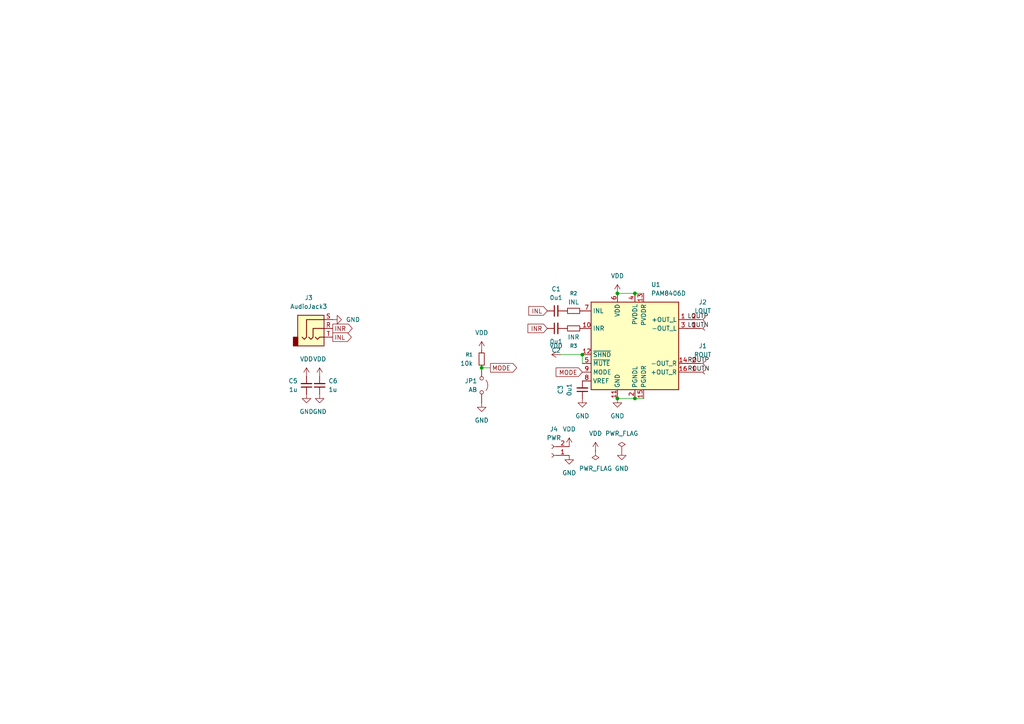
<source format=kicad_sch>
(kicad_sch (version 20250114) (generator "eeschema") (generator_version "9.0")
  (paper "A4")
  (lib_symbols
    (symbol "Amplifier_Audio:PAM8406D"
      (property "Reference" "U" (at -12.7 -15.24 0))
      (property "Value" "PAM8406D" (at -10.16 -17.78 0))
      (symbol "PAM8406D_0_1"
        (rectangle (start -12.7 12.7) (end 12.7 -12.7) (stroke (width 0.254)) (fill (type background)))
      )
      (symbol "PAM8406D_1_1"
        (pin input line (at -15.24 10.16 0) (length 2.54) (name "INL") (number "7"))
        (pin input line (at -15.24 5.08 0) (length 2.54) (name "INR") (number "10"))
        (pin input line (at -15.24 -2.54 0) (length 2.54) (name "~{SHND}") (number "12"))
        (pin input line (at -15.24 -5.08 0) (length 2.54) (name "~{MUTE}") (number "5"))
        (pin input line (at -15.24 -7.62 0) (length 2.54) (name "MODE") (number "9"))
        (pin passive line (at -15.24 -10.16 0) (length 2.54) (name "VREF") (number "8"))
        (pin power_in line (at -5.08 15.24 270) (length 2.54) (name "VDD") (number "6"))
        (pin power_in line (at -5.08 -15.24 90) (length 2.54) (name "GND") (number "11"))
        (pin power_in line (at 0 15.24 270) (length 2.54) (name "PVDDL") (number "4"))
        (pin power_in line (at 0 -15.24 90) (length 2.54) (name "PGNDL") (number "2"))
        (pin power_in line (at 2.54 15.24 270) (length 2.54) (name "PVDDR") (number "13"))
        (pin power_in line (at 2.54 -15.24 90) (length 2.54) (name "PGNDR") (number "15"))
        (pin output line (at 15.24 7.62 180) (length 2.54) (name "+OUT_L") (number "1"))
        (pin output line (at 15.24 5.08 180) (length 2.54) (name "-OUT_L") (number "3"))
        (pin output line (at 15.24 -5.08 180) (length 2.54) (name "-OUT_R") (number "14"))
        (pin output line (at 15.24 -7.62 180) (length 2.54) (name "+OUT_R") (number "16"))
      )
    )
    (symbol "Connector:Conn_01x02_Socket" (pin_names (offset 1.016) (hide yes))
      (property "Reference" "J" (at 0 2.54 0))
      (property "Value" "Conn_01x02_Socket" (at 0 -5.08 0))
      (symbol "Conn_01x02_Socket_1_1"
        (polyline (pts (xy -1.27 0) (xy -0.508 0)) (stroke (width 0.1524)))
        (polyline (pts (xy -1.27 -2.54) (xy -0.508 -2.54)) (stroke (width 0.1524)))
        (arc (start 0 -0.508) (mid -0.5058 0) (end 0 0.508) (stroke (width 0.1524)))
        (arc (start 0 -3.048) (mid -0.5058 -2.54) (end 0 -2.032) (stroke (width 0.1524)))
        (pin passive line (at -5.08 0 0) (length 3.81) (name "Pin_1") (number "1"))
        (pin passive line (at -5.08 -2.54 0) (length 3.81) (name "Pin_2") (number "2"))
      )
    )
    (symbol "Connector_Audio:AudioJack3"
      (property "Reference" "J" (at 0 8.89 0))
      (property "Value" "AudioJack3" (at 0 6.35 0))
      (symbol "AudioJack3_0_1"
        (rectangle (start -5.08 -5.08) (end -6.35 -2.54) (stroke (width 0.254)) (fill (type outline)))
        (polyline (pts (xy -1.905 -2.54) (xy -1.27 -3.175) (xy -0.635 -2.54) (xy -0.635 0) (xy 2.54 0)) (stroke (width 0.254)))
        (polyline (pts (xy 0 -2.54) (xy 0.635 -3.175) (xy 1.27 -2.54) (xy 2.54 -2.54)) (stroke (width 0.254)))
        (rectangle (start 2.54 3.81) (end -5.08 -5.08) (stroke (width 0.254)) (fill (type background)))
        (polyline (pts (xy 2.54 2.54) (xy -2.54 2.54) (xy -2.54 -2.54) (xy -3.175 -3.175) (xy -3.81 -2.54)) (stroke (width 0.254)))
      )
      (symbol "AudioJack3_1_1"
        (pin passive line (at 5.08 2.54 180) (length 2.54) (name "~") (number "S"))
        (pin passive line (at 5.08 0 180) (length 2.54) (name "~") (number "R"))
        (pin passive line (at 5.08 -2.54 180) (length 2.54) (name "~") (number "T"))
      )
    )
    (symbol "Device:C_Small" (pin_numbers (hide yes)) (pin_names (offset 0.254) (hide yes))
      (property "Reference" "C" (at 0.254 1.778 0))
      (property "Value" "C_Small" (at 0.254 -2.032 0))
      (symbol "C_Small_0_1"
        (polyline (pts (xy -1.524 0.508) (xy 1.524 0.508)) (stroke (width 0.3048)))
        (polyline (pts (xy -1.524 -0.508) (xy 1.524 -0.508)) (stroke (width 0.3302)))
      )
      (symbol "C_Small_1_1"
        (pin passive line (at 0 2.54 270) (length 2.032) (name "~") (number "1"))
        (pin passive line (at 0 -2.54 90) (length 2.032) (name "~") (number "2"))
      )
    )
    (symbol "Device:R_Small" (pin_numbers (hide yes)) (pin_names (offset 0.254) (hide yes))
      (property "Reference" "R" (at 0 0 90))
      (property "Value" "R_Small" (at 1.778 0 90))
      (symbol "R_Small_0_1"
        (rectangle (start -0.762 1.778) (end 0.762 -1.778) (stroke (width 0.2032)))
      )
      (symbol "R_Small_1_1"
        (pin passive line (at 0 2.54 270) (length 0.762) (name "~") (number "1"))
        (pin passive line (at 0 -2.54 90) (length 0.762) (name "~") (number "2"))
      )
    )
    (symbol "Jumper:Jumper_2_Open" (pin_numbers (hide yes)) (pin_names (offset 0) (hide yes))
      (property "Reference" "JP" (at 0 2.794 0))
      (property "Value" "Jumper_2_Open" (at 0 -2.286 0))
      (symbol "Jumper_2_Open_0_0"
        (circle (center -2.032 0) (radius 0.508))
        (circle (center 2.032 0) (radius 0.508))
      )
      (symbol "Jumper_2_Open_0_1"
        (arc (start -1.524 1.27) (mid 0 1.778) (end 1.524 1.27))
      )
      (symbol "Jumper_2_Open_1_1"
        (pin passive line (at -5.08 0 0) (length 2.54) (name "A") (number "1"))
        (pin passive line (at 5.08 0 180) (length 2.54) (name "B") (number "2"))
      )
    )
    (symbol "power:GND" (power) (pin_numbers (hide yes)) (pin_names (offset 0) (hide yes))
      (property "Value" "GND" (at 0 -3.81 0))
      (symbol "GND_0_1"
        (polyline (pts (xy 0 0) (xy 0 -1.27) (xy 1.27 -1.27) (xy 0 -2.54) (xy -1.27 -1.27) (xy 0 -1.27)))
      )
      (symbol "GND_1_1"
        (pin power_in line (at 0 0 270) (length 0) (name "~") (number "1"))
      )
    )
    (symbol "power:PWR_FLAG" (power) (pin_numbers (hide yes)) (pin_names (offset 0) (hide yes))
      (property "Value" "PWR_FLAG" (at 0 3.81 0))
      (symbol "PWR_FLAG_0_0"
        (pin power_out line (at 0 0 90) (length 0) (name "~") (number "1"))
      )
      (symbol "PWR_FLAG_0_1"
        (polyline (pts (xy 0 0) (xy 0 1.27) (xy -1.016 1.905) (xy 0 2.54) (xy 1.016 1.905) (xy 0 1.27)))
      )
    )
    (symbol "power:VDD" (power) (pin_numbers (hide yes)) (pin_names (offset 0) (hide yes))
      (property "Value" "VDD" (at 0 3.556 0))
      (symbol "VDD_0_1"
        (polyline (pts (xy -0.762 1.27) (xy 0 2.54)))
        (polyline (pts (xy 0 2.54) (xy 0.762 1.27)))
        (polyline (pts (xy 0 0) (xy 0 2.54)))
      )
      (symbol "VDD_1_1"
        (pin power_in line (at 0 0 90) (length 0) (name "~") (number "1"))
      )
    )
  )
  (junction (at 184.15 85.09))
  (junction (at 139.7 106.68))
  (junction (at 184.15 115.57))
  (junction (at 179.07 115.57))
  (junction (at 168.91 102.87))
  (junction (at 179.07 85.09))
  (wire (pts (xy 179.07 115.57) (xy 184.15 115.57)))
  (wire (pts (xy 179.07 85.09) (xy 184.15 85.09)))
  (wire (pts (xy 184.15 115.57) (xy 186.69 115.57)))
  (wire (pts (xy 162.56 102.87) (xy 168.91 102.87)))
  (wire (pts (xy 168.91 102.87) (xy 168.91 105.41)))
  (wire (pts (xy 142.24 106.68) (xy 139.7 106.68)))
  (wire (pts (xy 184.15 85.09) (xy 186.69 85.09)))
  (label "LOUTN" (at 199.39 95.25 0))
  (label "ROUTN" (at 199.39 107.95 0))
  (label "LOUTP" (at 199.39 92.71 0))
  (label "ROUTP" (at 199.39 105.41 0))
  (global_label "INR" (shape input) (at 158.75 95.25 180) (property "Intersheetrefs" "${INTERSHEET_REFS}" (effects (hide yes))))
  (global_label "MODE" (shape output) (at 142.24 106.68 0) (property "Intersheetrefs" "${INTERSHEET_REFS}" (effects (hide yes))))
  (global_label "INR" (shape output) (at 96.52 95.25 0) (property "Intersheetrefs" "${INTERSHEET_REFS}" (effects (hide yes))))
  (global_label "INL" (shape input) (at 158.75 90.17 180) (property "Intersheetrefs" "${INTERSHEET_REFS}" (effects (hide yes))))
  (global_label "MODE" (shape input) (at 168.91 107.95 180) (property "Intersheetrefs" "${INTERSHEET_REFS}" (effects (hide yes))))
  (global_label "INL" (shape output) (at 96.52 97.79 0) (property "Intersheetrefs" "${INTERSHEET_REFS}" (effects (hide yes))))
  (symbol (lib_id "power:GND") (at 168.91 115.57 0) (unit 1)
    (property "Reference" "#PWR05" (effects (hide yes)))
    (property "Value" "GND" (at 168.91 120.65 0))
    (property "Description" "Power symbol creates a global label with name \"GND\" , ground" (effects (hide yes)))
  )
  (symbol (lib_id "power:GND") (at 92.71 114.3 0) (unit 1)
    (property "Reference" "#PWR011" (effects (hide yes)))
    (property "Value" "GND" (at 92.71 119.38 0))
    (property "Description" "Power symbol creates a global label with name \"GND\" , ground" (effects (hide yes)))
  )
  (symbol (lib_id "power:GND") (at 88.9 114.3 0) (unit 1)
    (property "Reference" "#PWR09" (effects (hide yes)))
    (property "Value" "GND" (at 88.9 119.38 0))
    (property "Description" "Power symbol creates a global label with name \"GND\" , ground" (effects (hide yes)))
  )
  (symbol (lib_id "power:VDD") (at 172.72 130.81 0) (unit 1)
    (property "Reference" "#PWR013" (effects (hide yes)))
    (property "Value" "VDD" (at 172.72 125.73 0))
    (property "Description" "Power symbol creates a global label with name \"VDD\"" (effects (hide yes)))
  )
  (symbol (lib_id "power:VDD") (at 92.71 109.22 0) (unit 1)
    (property "Reference" "#PWR010" (effects (hide yes)))
    (property "Value" "VDD" (at 92.71 104.14 0))
    (property "Description" "Power symbol creates a global label with name \"VDD\"" (effects (hide yes)))
  )
  (symbol (lib_id "power:PWR_FLAG") (at 180.34 130.81 0) (unit 1)
    (property "Reference" "#FLG01" (effects (hide yes)))
    (property "Value" "PWR_FLAG" (at 180.34 125.73 0))
    (property "Description" "Special symbol for telling ERC where power comes from" (effects (hide yes)))
  )
  (symbol (lib_id "power:VDD") (at 165.1 129.54 0) (unit 1)
    (property "Reference" "#PWR015" (effects (hide yes)))
    (property "Value" "VDD" (at 165.1 124.46 0))
    (property "Description" "Power symbol creates a global label with name \"VDD\"" (effects (hide yes)))
  )
  (symbol (lib_id "power:VDD") (at 139.7 101.6 0) (unit 1)
    (property "Reference" "#PWR02" (effects (hide yes)))
    (property "Value" "VDD" (at 139.7 96.52 0))
    (property "Description" "Power symbol creates a global label with name \"VDD\"" (effects (hide yes)))
  )
  (symbol (lib_id "Jumper:Jumper_2_Open") (at 139.7 111.76 270) (mirror x) (unit 1)
    (property "Reference" "JP1" (at 138.43 110.4899 90) (effects (justify right)))
    (property "Value" "AB" (at 138.43 113.0299 90) (effects (justify right)))
    (property "Footprint" "Connector_PinHeader_2.54mm:PinHeader_1x02_P2.54mm_Vertical" (effects (hide yes)))
    (property "Description" "Jumper, 2-pole, open" (effects (hide yes)))
  )
  (symbol (lib_id "Device:R_Small") (at 139.7 104.14 0) (unit 1)
    (property "Reference" "R1" (at 137.16 102.8699 0) (effects (font (size 1.016 1.016)) (justify right)))
    (property "Value" "10k" (at 137.16 105.4099 0) (effects (justify right)))
    (property "Footprint" "Resistor_SMD:R_0603_1608Metric" (effects (hide yes)))
    (property "Description" "Resistor, small symbol" (effects (hide yes)))
  )
  (symbol (lib_id "Connector_Audio:AudioJack3") (at 91.44 95.25 0) (unit 1)
    (property "Reference" "J3" (at 89.535 86.36 0))
    (property "Value" "AudioJack3" (at 89.535 88.9 0))
    (property "Footprint" "Library:MJ-8435" (effects (hide yes)))
    (property "Description" "Audio Jack, 3 Poles (Stereo / TRS)" (effects (hide yes)))
  )
  (symbol (lib_id "Device:C_Small") (at 161.29 95.25 90) (mirror x) (unit 1)
    (property "Reference" "C2" (at 161.2963 101.6 90))
    (property "Value" "0u1" (at 161.2963 99.06 90))
    (property "Footprint" "Capacitor_SMD:C_0603_1608Metric" (effects (hide yes)))
    (property "Description" "Unpolarized capacitor, small symbol" (effects (hide yes)))
  )
  (symbol (lib_id "Device:C_Small") (at 88.9 111.76 0) (mirror x) (unit 1)
    (property "Reference" "C5" (at 86.36 110.4835 0) (effects (justify right)))
    (property "Value" "1u" (at 86.36 113.0235 0) (effects (justify right)))
    (property "Footprint" "Capacitor_SMD:C_0603_1608Metric" (effects (hide yes)))
    (property "Description" "Unpolarized capacitor, small symbol" (effects (hide yes)))
  )
  (symbol (lib_id "Connector:Conn_01x02_Socket") (at 204.47 107.95 0) (mirror x) (unit 1)
    (property "Reference" "J1" (at 203.835 100.33 0))
    (property "Value" "ROUT" (at 203.835 102.87 0))
    (property "Footprint" "Connector_JST:JST_XH_S2B-XH-A_1x02_P2.50mm_Horizontal" (effects (hide yes)))
    (property "Description" "Generic connector, single row, 01x02, script generated" (effects (hide yes)))
  )
  (symbol (lib_id "power:VDD") (at 88.9 109.22 0) (unit 1)
    (property "Reference" "#PWR08" (effects (hide yes)))
    (property "Value" "VDD" (at 88.9 104.14 0))
    (property "Description" "Power symbol creates a global label with name \"VDD\"" (effects (hide yes)))
  )
  (symbol (lib_id "power:VDD") (at 179.07 85.09 0) (unit 1)
    (property "Reference" "#PWR07" (effects (hide yes)))
    (property "Value" "VDD" (at 179.07 80.01 0))
    (property "Description" "Power symbol creates a global label with name \"VDD\"" (effects (hide yes)))
  )
  (symbol (lib_id "Connector:Conn_01x02_Socket") (at 160.02 132.08 180) (unit 1)
    (property "Reference" "J4" (at 160.655 124.46 0))
    (property "Value" "PWR" (at 160.655 127 0))
    (property "Footprint" "Connector_JST:JST_XH_S2B-XH-A_1x02_P2.50mm_Horizontal" (effects (hide yes)))
    (property "Description" "Generic connector, single row, 01x02, script generated" (effects (hide yes)))
  )
  (symbol (lib_id "Connector:Conn_01x02_Socket") (at 204.47 95.25 0) (mirror x) (unit 1)
    (property "Reference" "J2" (at 203.835 87.63 0))
    (property "Value" "LOUT" (at 203.835 90.17 0))
    (property "Footprint" "Connector_JST:JST_XH_S2B-XH-A_1x02_P2.50mm_Horizontal" (effects (hide yes)))
    (property "Description" "Generic connector, single row, 01x02, script generated" (effects (hide yes)))
  )
  (symbol (lib_id "power:PWR_FLAG") (at 172.72 130.81 0) (mirror x) (unit 1)
    (property "Reference" "#FLG02" (effects (hide yes)))
    (property "Value" "PWR_FLAG" (at 172.72 135.89 0))
    (property "Description" "Special symbol for telling ERC where power comes from" (effects (hide yes)))
  )
  (symbol (lib_id "Device:R_Small") (at 166.37 90.17 90) (unit 1)
    (property "Reference" "R2" (at 166.37 85.09 90) (effects (font (size 1.016 1.016))))
    (property "Value" "INL" (at 166.37 87.63 90))
    (property "Footprint" "Resistor_SMD:R_0603_1608Metric" (effects (hide yes)))
    (property "Description" "Resistor, small symbol" (effects (hide yes)))
  )
  (symbol (lib_id "power:GND") (at 179.07 115.57 0) (unit 1)
    (property "Reference" "#PWR04" (effects (hide yes)))
    (property "Value" "GND" (at 179.07 120.65 0))
    (property "Description" "Power symbol creates a global label with name \"GND\" , ground" (effects (hide yes)))
  )
  (symbol (lib_id "Device:R_Small") (at 166.37 95.25 90) (mirror x) (unit 1)
    (property "Reference" "R3" (at 166.37 100.33 90) (effects (font (size 1.016 1.016))))
    (property "Value" "INR" (at 166.37 97.79 90))
    (property "Footprint" "Resistor_SMD:R_0603_1608Metric" (effects (hide yes)))
    (property "Description" "Resistor, small symbol" (effects (hide yes)))
  )
  (symbol (lib_id "power:GND") (at 139.7 116.84 0) (unit 1)
    (property "Reference" "#PWR06" (effects (hide yes)))
    (property "Value" "GND" (at 139.7 121.92 0))
    (property "Description" "Power symbol creates a global label with name \"GND\" , ground" (effects (hide yes)))
  )
  (symbol (lib_id "Amplifier_Audio:PAM8406D") (at 184.15 100.33 0) (unit 1)
    (property "Reference" "U1" (at 188.8333 82.55 0) (effects (justify left)))
    (property "Value" "PAM8406D" (at 188.8333 85.09 0) (effects (justify left)))
    (property "Footprint" "Package_SO:SOIC-16_3.9x9.9mm_P1.27mm" (effects (hide yes)))
    (property "Datasheet" "https://www.diodes.com/assets/Datasheets/PAM8406.pdf" (effects (hide yes)))
    (property "Description" "5W Filterless Class-D / Class-AB Stereo Audio Amplifier, SOIC-16" (effects (hide yes)))
  )
  (symbol (lib_id "Device:C_Small") (at 92.71 111.76 180) (unit 1)
    (property "Reference" "C6" (at 95.25 110.4835 0) (effects (justify right)))
    (property "Value" "1u" (at 95.25 113.0235 0) (effects (justify right)))
    (property "Footprint" "Capacitor_SMD:C_0603_1608Metric" (effects (hide yes)))
    (property "Description" "Unpolarized capacitor, small symbol" (effects (hide yes)))
  )
  (symbol (lib_id "power:GND") (at 165.1 132.08 0) (unit 1)
    (property "Reference" "#PWR016" (effects (hide yes)))
    (property "Value" "GND" (at 165.1 137.16 0))
    (property "Description" "Power symbol creates a global label with name \"GND\" , ground" (effects (hide yes)))
  )
  (symbol (lib_id "Device:C_Small") (at 161.29 90.17 90) (unit 1)
    (property "Reference" "C1" (at 161.2963 83.82 90))
    (property "Value" "0u1" (at 161.2963 86.36 90))
    (property "Footprint" "Capacitor_SMD:C_0603_1608Metric" (effects (hide yes)))
    (property "Description" "Unpolarized capacitor, small symbol" (effects (hide yes)))
  )
  (symbol (lib_id "power:GND") (at 96.52 92.71 90) (unit 1)
    (property "Reference" "#PWR03" (effects (hide yes)))
    (property "Value" "GND" (at 100.33 92.7099 90) (effects (justify right)))
    (property "Description" "Power symbol creates a global label with name \"GND\" , ground" (effects (hide yes)))
  )
  (symbol (lib_id "Device:C_Small") (at 168.91 113.03 180) (unit 1)
    (property "Reference" "C3" (at 162.56 113.0237 90))
    (property "Value" "0u1" (at 165.1 113.0237 90))
    (property "Footprint" "Capacitor_SMD:C_0603_1608Metric" (effects (hide yes)))
    (property "Description" "Unpolarized capacitor, small symbol" (effects (hide yes)))
  )
  (symbol (lib_id "power:GND") (at 180.34 130.81 0) (unit 1)
    (property "Reference" "#PWR014" (effects (hide yes)))
    (property "Value" "GND" (at 180.34 135.89 0))
    (property "Description" "Power symbol creates a global label with name \"GND\" , ground" (effects (hide yes)))
  )
  (symbol (lib_id "power:VDD") (at 162.56 102.87 90) (unit 1)
    (property "Reference" "#PWR01" (effects (hide yes)))
    (property "Value" "VDD" (at 161.29 100.33 90))
    (property "Description" "Power symbol creates a global label with name \"VDD\"" (effects (hide yes)))
  )
)
</source>
